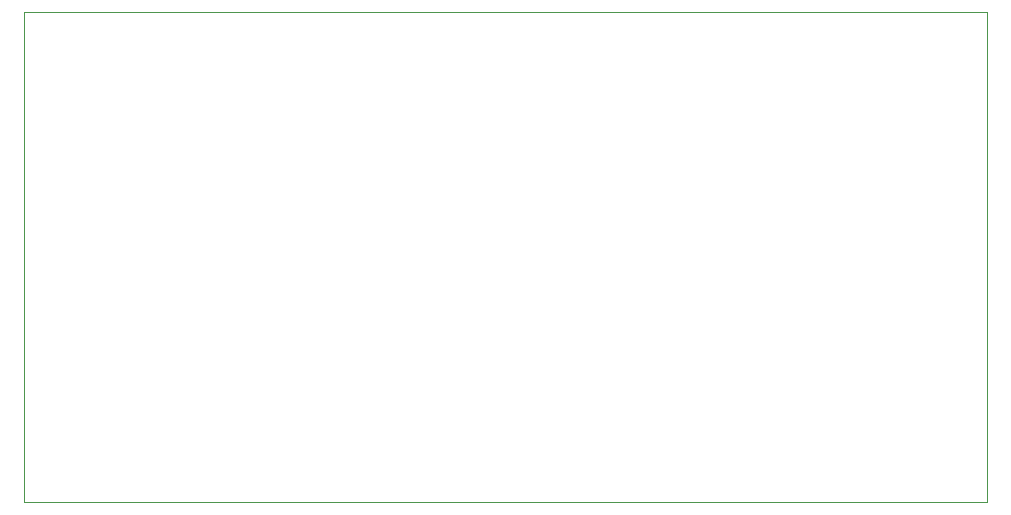
<source format=gbr>
%TF.GenerationSoftware,KiCad,Pcbnew,8.0.6*%
%TF.CreationDate,2024-11-12T11:26:50-05:00*%
%TF.ProjectId,Lab8 Schematic,4c616238-2053-4636-9865-6d617469632e,rev?*%
%TF.SameCoordinates,Original*%
%TF.FileFunction,Profile,NP*%
%FSLAX46Y46*%
G04 Gerber Fmt 4.6, Leading zero omitted, Abs format (unit mm)*
G04 Created by KiCad (PCBNEW 8.0.6) date 2024-11-12 11:26:50*
%MOMM*%
%LPD*%
G01*
G04 APERTURE LIST*
%TA.AperFunction,Profile*%
%ADD10C,0.050000*%
%TD*%
G04 APERTURE END LIST*
D10*
X176500000Y-74000000D02*
X95000000Y-74000000D01*
X95000000Y-32500000D01*
X176500000Y-32500000D01*
X176500000Y-74000000D01*
M02*

</source>
